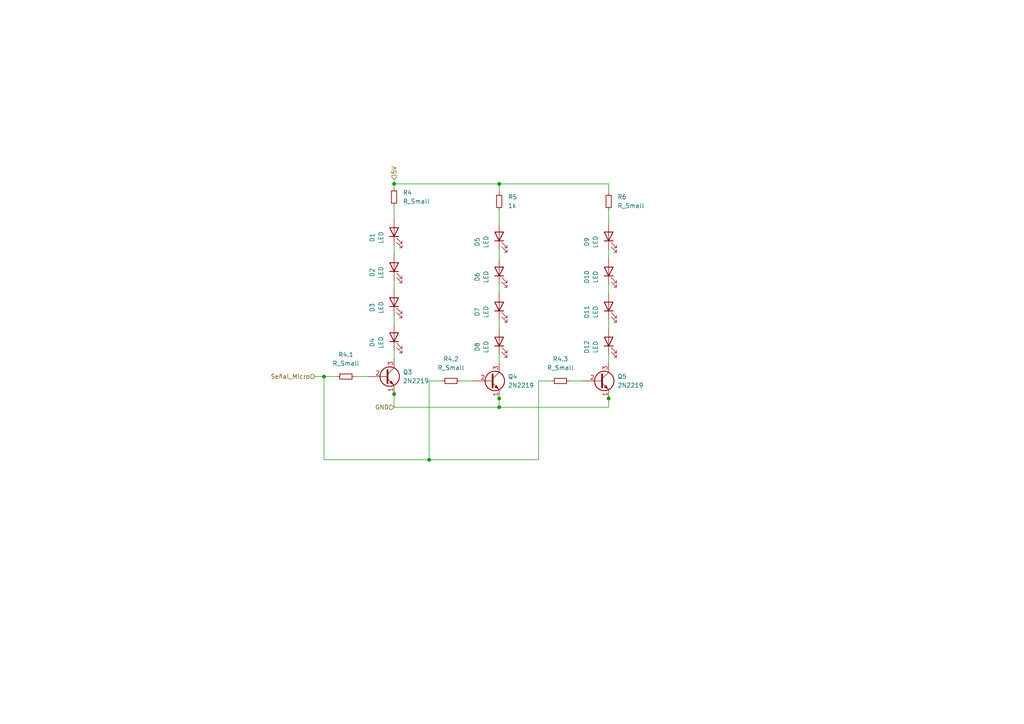
<source format=kicad_sch>
(kicad_sch (version 20230121) (generator eeschema)
  (paper "A4")
  (lib_symbols
    (symbol "Device:LED" (pin_numbers hide) (pin_names (offset 1.016) hide)
      (property "Reference" "D" (at 0 2.54 0))
      (property "Value" "LED" (at 0 -2.54 0))
      (symbol "LED_0_1"
        (polyline (pts (xy -1.27 -1.27) (xy -1.27 1.27)) (stroke (width 0.254)))
        (polyline (pts (xy -1.27 0) (xy 1.27 0)))
        (polyline (pts (xy 1.27 -1.27) (xy 1.27 1.27) (xy -1.27 0) (xy 1.27 -1.27)) (stroke (width 0.254)))
        (polyline (pts (xy -3.048 -0.762) (xy -4.572 -2.286) (xy -3.81 -2.286) (xy -4.572 -2.286) (xy -4.572 -1.524)))
        (polyline (pts (xy -1.778 -0.762) (xy -3.302 -2.286) (xy -2.54 -2.286) (xy -3.302 -2.286) (xy -3.302 -1.524)))
      )
      (symbol "LED_1_1"
        (pin passive line (at -3.81 0 0) (length 2.54) (name "K") (number "1"))
        (pin passive line (at 3.81 0 180) (length 2.54) (name "A") (number "2"))
      )
    )
    (symbol "Device:R_Small" (pin_numbers hide) (pin_names (offset 0.254) hide)
      (property "Reference" "R" (at 0.762 0.508 0))
      (property "Value" "R_Small" (at 0.762 -1.016 0))
      (symbol "R_Small_0_1"
        (rectangle (start -0.762 1.778) (end 0.762 -1.778) (stroke (width 0.2032)))
      )
      (symbol "R_Small_1_1"
        (pin passive line (at 0 2.54 270) (length 0.762) (name "~") (number "1"))
        (pin passive line (at 0 -2.54 90) (length 0.762) (name "~") (number "2"))
      )
    )
    (symbol "Transistor_BJT:2N2219" (pin_names (offset 0) hide)
      (property "Reference" "Q" (at 5.08 1.905 0))
      (property "Value" "2N2219" (at 5.08 0 0))
      (symbol "2N2219_0_1"
        (polyline (pts (xy 0.635 0.635) (xy 2.54 2.54)))
        (polyline (pts (xy 0.635 -0.635) (xy 2.54 -2.54) (xy 2.54 -2.54)))
        (polyline (pts (xy 0.635 1.905) (xy 0.635 -1.905) (xy 0.635 -1.905)) (stroke (width 0.508)))
        (polyline (pts (xy 1.27 -1.778) (xy 1.778 -1.27) (xy 2.286 -2.286) (xy 1.27 -1.778) (xy 1.27 -1.778)) (fill (type outline)))
        (circle (center 1.27 0) (radius 2.8194) (stroke (width 0.254)))
      )
      (symbol "2N2219_1_1"
        (pin passive line (at 2.54 -5.08 90) (length 2.54) (name "E") (number "1"))
        (pin passive line (at -5.08 0 0) (length 5.715) (name "B") (number "2"))
        (pin passive line (at 2.54 5.08 270) (length 2.54) (name "C") (number "3"))
      )
    )
  )
  (junction (at 144.78 53.34))
  (junction (at 93.98 109.22))
  (junction (at 144.78 118.11))
  (junction (at 114.3 53.34))
  (junction (at 114.3 114.3))
  (junction (at 176.53 115.57))
  (junction (at 144.78 115.57))
  (junction (at 124.46 133.35))
  (wire (pts (xy 176.53 53.34) (xy 144.78 53.34)))
  (wire (pts (xy 156.21 110.49) (xy 156.21 133.35)))
  (wire (pts (xy 124.46 110.49) (xy 128.27 110.49)))
  (wire (pts (xy 176.53 118.11) (xy 144.78 118.11)))
  (wire (pts (xy 93.98 133.35) (xy 93.98 109.22)))
  (wire (pts (xy 176.53 60.96) (xy 176.53 64.77)))
  (wire (pts (xy 91.44 109.22) (xy 93.98 109.22)))
  (wire (pts (xy 114.3 113.03) (xy 114.3 114.3)))
  (wire (pts (xy 114.3 53.34) (xy 114.3 54.61)))
  (wire (pts (xy 114.3 114.3) (xy 114.3 118.11)))
  (wire (pts (xy 156.21 110.49) (xy 160.02 110.49)))
  (wire (pts (xy 176.53 92.71) (xy 176.53 95.25)))
  (wire (pts (xy 144.78 118.11) (xy 114.3 118.11)))
  (wire (pts (xy 144.78 102.87) (xy 144.78 105.41)))
  (wire (pts (xy 102.87 109.22) (xy 106.68 109.22)))
  (wire (pts (xy 93.98 109.22) (xy 97.79 109.22)))
  (wire (pts (xy 114.3 52.07) (xy 114.3 53.34)))
  (wire (pts (xy 144.78 114.3) (xy 144.78 115.57)))
  (wire (pts (xy 165.1 110.49) (xy 168.91 110.49)))
  (wire (pts (xy 144.78 55.88) (xy 144.78 53.34)))
  (wire (pts (xy 144.78 72.39) (xy 144.78 74.93)))
  (wire (pts (xy 176.53 102.87) (xy 176.53 105.41)))
  (wire (pts (xy 144.78 82.55) (xy 144.78 85.09)))
  (wire (pts (xy 114.3 59.69) (xy 114.3 63.5)))
  (wire (pts (xy 176.53 114.3) (xy 176.53 115.57)))
  (wire (pts (xy 124.46 133.35) (xy 93.98 133.35)))
  (wire (pts (xy 124.46 110.49) (xy 124.46 133.35)))
  (wire (pts (xy 176.53 82.55) (xy 176.53 85.09)))
  (wire (pts (xy 144.78 60.96) (xy 144.78 64.77)))
  (wire (pts (xy 114.3 71.12) (xy 114.3 73.66)))
  (wire (pts (xy 176.53 55.88) (xy 176.53 53.34)))
  (wire (pts (xy 133.35 110.49) (xy 137.16 110.49)))
  (wire (pts (xy 156.21 133.35) (xy 124.46 133.35)))
  (wire (pts (xy 114.3 101.6) (xy 114.3 104.14)))
  (wire (pts (xy 176.53 115.57) (xy 176.53 118.11)))
  (wire (pts (xy 144.78 115.57) (xy 144.78 118.11)))
  (wire (pts (xy 144.78 92.71) (xy 144.78 95.25)))
  (wire (pts (xy 114.3 53.34) (xy 144.78 53.34)))
  (wire (pts (xy 176.53 72.39) (xy 176.53 74.93)))
  (wire (pts (xy 114.3 81.28) (xy 114.3 83.82)))
  (wire (pts (xy 114.3 91.44) (xy 114.3 93.98)))
  (hierarchical_label "Señal_Micro" (shape input) (at 91.44 109.22 180))
  (hierarchical_label "5V" (shape input) (at 114.3 52.07 90))
  (hierarchical_label "GND" (shape input) (at 114.3 118.11 180))
  (symbol (lib_id "Device:LED") (at 114.3 77.47 90) (unit 1)
    (property "Reference" "D2" (at 107.95 79.0575 0))
    (property "Value" "LED" (at 110.49 79.0575 0))
  )
  (symbol (lib_id "Device:R_Small") (at 162.56 110.49 270) (unit 1)
    (property "Reference" "R4.3" (at 162.56 104.14 90))
    (property "Value" "R_Small" (at 162.56 106.68 90))
  )
  (symbol (lib_id "Device:R_Small") (at 100.33 109.22 270) (unit 1)
    (property "Reference" "R4.1" (at 100.33 102.87 90))
    (property "Value" "R_Small" (at 100.33 105.41 90))
  )
  (symbol (lib_id "Device:R_Small") (at 130.81 110.49 270) (unit 1)
    (property "Reference" "R4.2" (at 130.81 104.14 90))
    (property "Value" "R_Small" (at 130.81 106.68 90))
  )
  (symbol (lib_id "Device:LED") (at 114.3 67.31 90) (unit 1)
    (property "Reference" "D1" (at 107.95 68.8975 0))
    (property "Value" "LED" (at 110.49 68.8975 0))
  )
  (symbol (lib_id "Transistor_BJT:2N2219") (at 173.99 110.49 0) (unit 1)
    (property "Reference" "Q5" (at 179.07 109.2199 0) (effects (justify left)))
    (property "Value" "2N2219" (at 179.07 111.7599 0) (effects (justify left)))
    (property "Footprint" "Package_TO_SOT_THT:TO-39-3" (effects hide))
    (property "Datasheet" "http://www.onsemi.com/pub_link/Collateral/2N2219-D.PDF" (effects hide))
  )
  (symbol (lib_id "Device:LED") (at 144.78 99.06 90) (unit 1)
    (property "Reference" "D8" (at 138.43 100.6475 0))
    (property "Value" "LED" (at 140.97 100.6475 0))
  )
  (symbol (lib_id "Device:LED") (at 144.78 88.9 90) (unit 1)
    (property "Reference" "D7" (at 138.43 90.4875 0))
    (property "Value" "LED" (at 140.97 90.4875 0))
  )
  (symbol (lib_id "Transistor_BJT:2N2219") (at 142.24 110.49 0) (unit 1)
    (property "Reference" "Q4" (at 147.32 109.2199 0) (effects (justify left)))
    (property "Value" "2N2219" (at 147.32 111.7599 0) (effects (justify left)))
    (property "Footprint" "Package_TO_SOT_THT:TO-39-3" (effects hide))
    (property "Datasheet" "http://www.onsemi.com/pub_link/Collateral/2N2219-D.PDF" (effects hide))
  )
  (symbol (lib_id "Device:LED") (at 114.3 97.79 90) (unit 1)
    (property "Reference" "D4" (at 107.95 99.3775 0))
    (property "Value" "LED" (at 110.49 99.3775 0))
  )
  (symbol (lib_id "Device:LED") (at 176.53 68.58 90) (unit 1)
    (property "Reference" "D9" (at 170.18 70.1675 0))
    (property "Value" "LED" (at 172.72 70.1675 0))
  )
  (symbol (lib_id "Device:LED") (at 176.53 99.06 90) (unit 1)
    (property "Reference" "D12" (at 170.18 100.6475 0))
    (property "Value" "LED" (at 172.72 100.6475 0))
  )
  (symbol (lib_id "Device:R_Small") (at 114.3 57.15 180) (unit 1)
    (property "Reference" "R4" (at 116.84 55.8799 0) (effects (justify right)))
    (property "Value" "R_Small" (at 116.84 58.4199 0) (effects (justify right)))
  )
  (symbol (lib_id "Device:LED") (at 176.53 88.9 90) (unit 1)
    (property "Reference" "D11" (at 170.18 90.4875 0))
    (property "Value" "LED" (at 172.72 90.4875 0))
  )
  (symbol (lib_id "Device:R_Small") (at 176.53 58.42 180) (unit 1)
    (property "Reference" "R6" (at 179.07 57.1499 0) (effects (justify right)))
    (property "Value" "R_Small" (at 179.07 59.6899 0) (effects (justify right)))
  )
  (symbol (lib_id "Transistor_BJT:2N2219") (at 111.76 109.22 0) (unit 1)
    (property "Reference" "Q3" (at 116.84 107.9499 0) (effects (justify left)))
    (property "Value" "2N2219" (at 116.84 110.4899 0) (effects (justify left)))
    (property "Footprint" "Package_TO_SOT_THT:TO-39-3" (effects hide))
    (property "Datasheet" "http://www.onsemi.com/pub_link/Collateral/2N2219-D.PDF" (effects hide))
  )
  (symbol (lib_id "Device:LED") (at 144.78 78.74 90) (unit 1)
    (property "Reference" "D6" (at 138.43 80.3275 0))
    (property "Value" "LED" (at 140.97 80.3275 0))
  )
  (symbol (lib_id "Device:LED") (at 176.53 78.74 90) (unit 1)
    (property "Reference" "D10" (at 170.18 80.3275 0))
    (property "Value" "LED" (at 172.72 80.3275 0))
  )
  (symbol (lib_id "Device:R_Small") (at 144.78 58.42 180) (unit 1)
    (property "Reference" "R5" (at 147.32 57.1499 0) (effects (justify right)))
    (property "Value" "1k" (at 147.32 59.6899 0) (effects (justify right)))
  )
  (symbol (lib_id "Device:LED") (at 114.3 87.63 90) (unit 1)
    (property "Reference" "D3" (at 107.95 89.2175 0))
    (property "Value" "LED" (at 110.49 89.2175 0))
  )
  (symbol (lib_id "Device:LED") (at 144.78 68.58 90) (unit 1)
    (property "Reference" "D5" (at 138.43 70.1675 0))
    (property "Value" "LED" (at 140.97 70.1675 0))
  )
)
</source>
